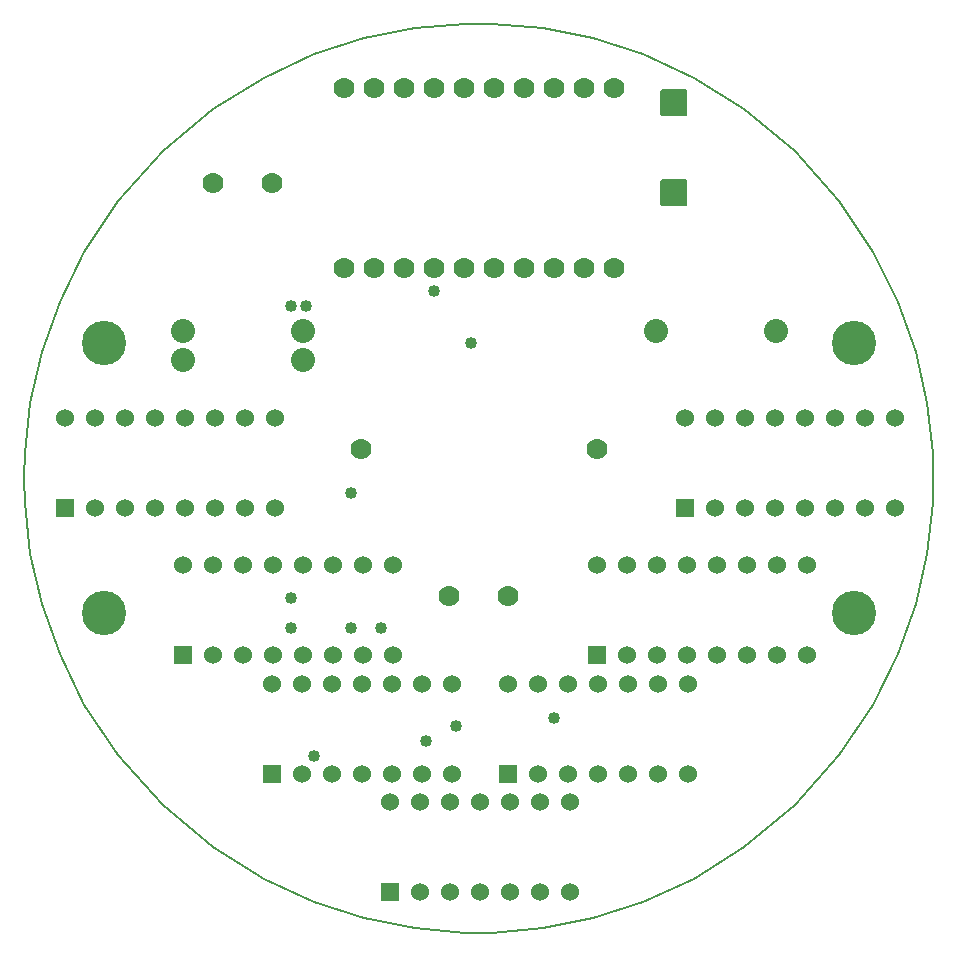
<source format=gbr>
G04 PROTEUS GERBER X2 FILE*
%TF.GenerationSoftware,Labcenter,Proteus,8.13-SP0-Build31525*%
%TF.CreationDate,2022-10-12T09:32:55+00:00*%
%TF.FileFunction,Soldermask,Top*%
%TF.FilePolarity,Negative*%
%TF.Part,Single*%
%TF.SameCoordinates,{96deeafe-a607-4606-be7e-3443a3b47cd9}*%
%FSLAX45Y45*%
%MOMM*%
G01*
%TA.AperFunction,Material*%
%ADD71C,1.016000*%
%TA.AperFunction,Material*%
%ADD20C,1.778000*%
%TA.AperFunction,Material*%
%ADD21C,2.032000*%
%AMPPAD014*
4,1,36,
-0.635000,0.762000,
0.635000,0.762000,
0.660970,0.759470,
0.684980,0.752200,
0.706580,0.740650,
0.725290,0.725290,
0.740650,0.706570,
0.752200,0.684980,
0.759470,0.660970,
0.762000,0.635000,
0.762000,-0.635000,
0.759470,-0.660970,
0.752200,-0.684980,
0.740650,-0.706570,
0.725290,-0.725290,
0.706580,-0.740650,
0.684980,-0.752200,
0.660970,-0.759470,
0.635000,-0.762000,
-0.635000,-0.762000,
-0.660970,-0.759470,
-0.684980,-0.752200,
-0.706580,-0.740650,
-0.725290,-0.725290,
-0.740650,-0.706570,
-0.752200,-0.684980,
-0.759470,-0.660970,
-0.762000,-0.635000,
-0.762000,0.635000,
-0.759470,0.660970,
-0.752200,0.684980,
-0.740650,0.706570,
-0.725290,0.725290,
-0.706580,0.740650,
-0.684980,0.752200,
-0.660970,0.759470,
-0.635000,0.762000,
0*%
%TA.AperFunction,Material*%
%ADD22PPAD014*%
%ADD23C,1.524000*%
%TA.AperFunction,Material*%
%ADD24C,3.754000*%
%AMPPAD017*
4,1,36,
1.143000,1.016000,
1.143000,-1.016000,
1.140470,-1.041970,
1.133200,-1.065980,
1.121650,-1.087580,
1.106290,-1.106290,
1.087570,-1.121650,
1.065980,-1.133200,
1.041970,-1.140470,
1.016000,-1.143000,
-1.016000,-1.143000,
-1.041970,-1.140470,
-1.065980,-1.133200,
-1.087570,-1.121650,
-1.106290,-1.106290,
-1.121650,-1.087580,
-1.133200,-1.065980,
-1.140470,-1.041970,
-1.143000,-1.016000,
-1.143000,1.016000,
-1.140470,1.041970,
-1.133200,1.065980,
-1.121650,1.087580,
-1.106290,1.106290,
-1.087570,1.121650,
-1.065980,1.133200,
-1.041970,1.140470,
-1.016000,1.143000,
1.016000,1.143000,
1.041970,1.140470,
1.065980,1.133200,
1.087570,1.121650,
1.106290,1.106290,
1.121650,1.087580,
1.133200,1.065980,
1.140470,1.041970,
1.143000,1.016000,
0*%
%TA.AperFunction,Material*%
%ADD25PPAD017*%
%TA.AperFunction,Profile*%
%ADD18C,0.203110*%
%TD.AperFunction*%
D71*
X-381000Y+1587500D03*
X-1587500Y+1460500D03*
X-1079500Y-127000D03*
X-1079500Y-1270000D03*
X-1587500Y-1270000D03*
X-1587500Y-1016000D03*
X-444500Y-2222500D03*
X-825500Y-1270000D03*
X-1397000Y-2349500D03*
X-63500Y+1143000D03*
X-1460500Y+1460500D03*
X+635000Y-2032000D03*
X-190500Y-2095500D03*
D20*
X-1143000Y+1778000D03*
X-889000Y+1778000D03*
X-381000Y+1778000D03*
X-127000Y+1778000D03*
X-127000Y+3302000D03*
X-381000Y+3302000D03*
X-889000Y+3302000D03*
X-1143000Y+3302000D03*
X-635000Y+1778000D03*
X-635000Y+3302000D03*
X+127000Y+1778000D03*
X+381000Y+1778000D03*
X+889000Y+1778000D03*
X+1143000Y+1778000D03*
X+1143000Y+3302000D03*
X+889000Y+3302000D03*
X+381000Y+3302000D03*
X+127000Y+3302000D03*
X+635000Y+1778000D03*
X+635000Y+3302000D03*
D21*
X-2500000Y+1250000D03*
X-1484000Y+1250000D03*
X-2500000Y+1000000D03*
X-1484000Y+1000000D03*
X+1500000Y+1250000D03*
X+2516000Y+1250000D03*
D22*
X+1750000Y-250000D03*
D23*
X+2004000Y-250000D03*
X+2258000Y-250000D03*
X+2512000Y-250000D03*
X+2766000Y-250000D03*
X+3020000Y-250000D03*
X+3274000Y-250000D03*
X+3528000Y-250000D03*
X+3528000Y+512000D03*
X+3274000Y+512000D03*
X+3020000Y+512000D03*
X+2766000Y+512000D03*
X+2512000Y+512000D03*
X+2258000Y+512000D03*
X+2004000Y+512000D03*
X+1750000Y+512000D03*
D22*
X-3500000Y-250000D03*
D23*
X-3246000Y-250000D03*
X-2992000Y-250000D03*
X-2738000Y-250000D03*
X-2484000Y-250000D03*
X-2230000Y-250000D03*
X-1976000Y-250000D03*
X-1722000Y-250000D03*
X-1722000Y+512000D03*
X-1976000Y+512000D03*
X-2230000Y+512000D03*
X-2484000Y+512000D03*
X-2738000Y+512000D03*
X-2992000Y+512000D03*
X-3246000Y+512000D03*
X-3500000Y+512000D03*
D22*
X+1000000Y-1500000D03*
D23*
X+1254000Y-1500000D03*
X+1508000Y-1500000D03*
X+1762000Y-1500000D03*
X+2016000Y-1500000D03*
X+2270000Y-1500000D03*
X+2524000Y-1500000D03*
X+2778000Y-1500000D03*
X+2778000Y-738000D03*
X+2524000Y-738000D03*
X+2270000Y-738000D03*
X+2016000Y-738000D03*
X+1762000Y-738000D03*
X+1508000Y-738000D03*
X+1254000Y-738000D03*
X+1000000Y-738000D03*
D22*
X-2500000Y-1500000D03*
D23*
X-2246000Y-1500000D03*
X-1992000Y-1500000D03*
X-1738000Y-1500000D03*
X-1484000Y-1500000D03*
X-1230000Y-1500000D03*
X-976000Y-1500000D03*
X-722000Y-1500000D03*
X-722000Y-738000D03*
X-976000Y-738000D03*
X-1230000Y-738000D03*
X-1484000Y-738000D03*
X-1738000Y-738000D03*
X-1992000Y-738000D03*
X-2246000Y-738000D03*
X-2500000Y-738000D03*
D22*
X-1750000Y-2500000D03*
D23*
X-1496000Y-2500000D03*
X-1242000Y-2500000D03*
X-988000Y-2500000D03*
X-734000Y-2500000D03*
X-480000Y-2500000D03*
X-226000Y-2500000D03*
X-226000Y-1738000D03*
X-480000Y-1738000D03*
X-734000Y-1738000D03*
X-988000Y-1738000D03*
X-1242000Y-1738000D03*
X-1496000Y-1738000D03*
X-1750000Y-1738000D03*
D22*
X+250000Y-2500000D03*
D23*
X+504000Y-2500000D03*
X+758000Y-2500000D03*
X+1012000Y-2500000D03*
X+1266000Y-2500000D03*
X+1520000Y-2500000D03*
X+1774000Y-2500000D03*
X+1774000Y-1738000D03*
X+1520000Y-1738000D03*
X+1266000Y-1738000D03*
X+1012000Y-1738000D03*
X+758000Y-1738000D03*
X+504000Y-1738000D03*
X+250000Y-1738000D03*
D22*
X-750000Y-3500000D03*
D23*
X-496000Y-3500000D03*
X-242000Y-3500000D03*
X+12000Y-3500000D03*
X+266000Y-3500000D03*
X+520000Y-3500000D03*
X+774000Y-3500000D03*
X+774000Y-2738000D03*
X+520000Y-2738000D03*
X+266000Y-2738000D03*
X+12000Y-2738000D03*
X-242000Y-2738000D03*
X-496000Y-2738000D03*
X-750000Y-2738000D03*
D24*
X-3175000Y+1143000D03*
X-3175000Y-1143000D03*
X+3175000Y+1143000D03*
X+3175000Y-1143000D03*
D25*
X+1651000Y+2413000D03*
X+1651000Y+3175000D03*
D20*
X-1000000Y+250000D03*
X+1000000Y+250000D03*
X-2250000Y+2500000D03*
X-1750000Y+2500000D03*
X-250000Y-1000000D03*
X+250000Y-1000000D03*
D18*
X+3850000Y+0D02*
X+3844096Y+213142D01*
X+3796529Y+639427D01*
X+3699562Y+1065712D01*
X+3549147Y+1491997D01*
X+3338067Y+1918282D01*
X+3053769Y+2344567D01*
X+2673870Y+2770003D01*
X+2247585Y+3125838D01*
X+1821300Y+3391956D01*
X+1395015Y+3588375D01*
X+968730Y+3726132D01*
X+542445Y+3811595D01*
X+116160Y+3848247D01*
X+0Y+3850000D01*
X-3850000Y+0D02*
X-3844096Y+213142D01*
X-3796529Y+639427D01*
X-3699562Y+1065712D01*
X-3549147Y+1491997D01*
X-3338067Y+1918282D01*
X-3053769Y+2344567D01*
X-2673870Y+2770003D01*
X-2247585Y+3125838D01*
X-1821300Y+3391956D01*
X-1395015Y+3588375D01*
X-968730Y+3726132D01*
X-542445Y+3811595D01*
X-116160Y+3848247D01*
X+0Y+3850000D01*
X-3850000Y+0D02*
X-3844096Y-213142D01*
X-3796529Y-639427D01*
X-3699562Y-1065712D01*
X-3549147Y-1491997D01*
X-3338067Y-1918282D01*
X-3053769Y-2344567D01*
X-2673870Y-2770003D01*
X-2247585Y-3125838D01*
X-1821300Y-3391956D01*
X-1395015Y-3588375D01*
X-968730Y-3726132D01*
X-542445Y-3811595D01*
X-116160Y-3848247D01*
X+0Y-3850000D01*
X+3850000Y+0D02*
X+3844096Y-213142D01*
X+3796529Y-639427D01*
X+3699562Y-1065712D01*
X+3549147Y-1491997D01*
X+3338067Y-1918282D01*
X+3053769Y-2344567D01*
X+2673870Y-2770003D01*
X+2247585Y-3125838D01*
X+1821300Y-3391956D01*
X+1395015Y-3588375D01*
X+968730Y-3726132D01*
X+542445Y-3811595D01*
X+116160Y-3848247D01*
X+0Y-3850000D01*
M02*

</source>
